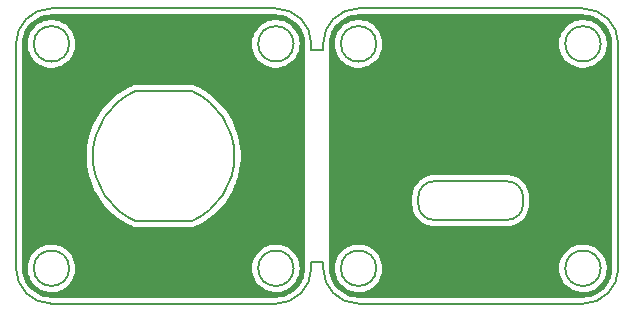
<source format=gbl>
%TF.GenerationSoftware,KiCad,Pcbnew,(6.0.7)*%
%TF.CreationDate,2022-08-30T17:46:17+08:00*%
%TF.ProjectId,Covers,436f7665-7273-42e6-9b69-6361645f7063,rev?*%
%TF.SameCoordinates,Original*%
%TF.FileFunction,Copper,L2,Bot*%
%TF.FilePolarity,Positive*%
%FSLAX45Y45*%
G04 Gerber Fmt 4.5, Leading zero omitted, Abs format (unit mm)*
G04 Created by KiCad (PCBNEW (6.0.7)) date 2022-08-30 17:46:17*
%MOMM*%
%LPD*%
G01*
G04 APERTURE LIST*
%TA.AperFunction,Profile*%
%ADD10C,0.152399*%
%TD*%
%TA.AperFunction,Profile*%
%ADD11C,0.152400*%
%TD*%
G04 APERTURE END LIST*
D10*
X11040310Y-11028620D02*
X12940310Y-11028620D01*
X15690310Y-8828620D02*
G75*
G03*
X15690310Y-8828620I-150000J0D01*
G01*
D11*
X14277882Y-9993080D02*
G75*
G03*
X14147110Y-10123853I-902J-129870D01*
G01*
D10*
X13090310Y-8828620D02*
G75*
G03*
X13090310Y-8828620I-150000J0D01*
G01*
X10740310Y-10728620D02*
G75*
G03*
X11040310Y-11028620I300000J0D01*
G01*
D11*
X14902270Y-10318627D02*
G75*
G03*
X15032854Y-10187213I-71J130657D01*
G01*
D10*
X11750518Y-9228620D02*
X12230102Y-9228620D01*
X11190310Y-8828620D02*
G75*
G03*
X11190310Y-8828620I-150000J0D01*
G01*
X13240310Y-10678620D02*
X13340310Y-10678620D01*
X15690310Y-10728620D02*
G75*
G03*
X15690310Y-10728620I-150000J0D01*
G01*
X11750518Y-10328620D02*
X12230102Y-10328620D01*
X10740310Y-8828620D02*
X10740310Y-10728620D01*
X13240310Y-8828620D02*
G75*
G03*
X12940310Y-8528620I-300000J0D01*
G01*
D11*
X14147110Y-10123853D02*
X14147110Y-10187848D01*
D10*
X13090310Y-10728620D02*
G75*
G03*
X13090310Y-10728620I-150000J0D01*
G01*
X15540310Y-8528620D02*
X13640310Y-8528620D01*
X11750518Y-9228620D02*
G75*
G03*
X11750518Y-10328620I239792J-550000D01*
G01*
X13340310Y-10728620D02*
G75*
G03*
X13640310Y-11028620I300000J0D01*
G01*
X12230102Y-10328620D02*
G75*
G03*
X12230102Y-9228620I-239792J550000D01*
G01*
X13240310Y-8878620D02*
X13240310Y-8828620D01*
D11*
X15032854Y-10187213D02*
X15032765Y-10124942D01*
D10*
X13240310Y-10728620D02*
X13240310Y-10678620D01*
X12940310Y-8528620D02*
X11040310Y-8528620D01*
X13340310Y-10678620D02*
X13340310Y-10728620D01*
X11040310Y-8528620D02*
G75*
G03*
X10740310Y-8828620I0J-300000D01*
G01*
X13640310Y-8528620D02*
G75*
G03*
X13340310Y-8828620I0J-300000D01*
G01*
X15840310Y-10728620D02*
X15840310Y-8828620D01*
X12940310Y-11028620D02*
G75*
G03*
X13240310Y-10728620I0J300000D01*
G01*
X15540310Y-11028620D02*
G75*
G03*
X15840310Y-10728620I0J300000D01*
G01*
D11*
X14902738Y-9993081D02*
X14277882Y-9993081D01*
D10*
X13790310Y-8828620D02*
G75*
G03*
X13790310Y-8828620I-150000J0D01*
G01*
X13790310Y-10728620D02*
G75*
G03*
X13790310Y-10728620I-150000J0D01*
G01*
X15840310Y-8828620D02*
G75*
G03*
X15540310Y-8528620I-300000J0D01*
G01*
X13240310Y-8878620D02*
X13340310Y-8878620D01*
D11*
X14277882Y-10318620D02*
X14902270Y-10318620D01*
X15032763Y-10124942D02*
G75*
G03*
X14902738Y-9993081I-130483J1372D01*
G01*
X14147110Y-10187848D02*
G75*
G03*
X14277882Y-10318620I129870J-902D01*
G01*
D10*
X13640310Y-11028620D02*
X15540310Y-11028620D01*
X13340310Y-8828620D02*
X13340310Y-8878620D01*
X11190310Y-10728620D02*
G75*
G03*
X11190310Y-10728620I-150000J0D01*
G01*
%TA.AperFunction,NonConductor*%
G36*
X12937312Y-8579620D02*
G01*
X12938795Y-8579851D01*
X12938795Y-8579851D01*
X12939682Y-8579989D01*
X12941402Y-8579764D01*
X12943796Y-8579681D01*
X12969581Y-8581241D01*
X12971091Y-8581424D01*
X12978289Y-8582743D01*
X12999186Y-8586573D01*
X13000663Y-8586936D01*
X13027933Y-8595434D01*
X13029354Y-8595973D01*
X13051132Y-8605775D01*
X13055401Y-8607696D01*
X13056748Y-8608403D01*
X13081191Y-8623180D01*
X13082443Y-8624044D01*
X13104927Y-8641659D01*
X13106066Y-8642668D01*
X13126262Y-8662864D01*
X13127271Y-8664003D01*
X13144886Y-8686487D01*
X13145750Y-8687739D01*
X13160527Y-8712182D01*
X13161234Y-8713529D01*
X13172957Y-8739576D01*
X13173496Y-8740997D01*
X13175284Y-8746736D01*
X13181994Y-8768267D01*
X13182357Y-8769744D01*
X13182854Y-8772454D01*
X13187506Y-8797839D01*
X13187689Y-8799349D01*
X13189205Y-8824410D01*
X13189079Y-8827092D01*
X13189079Y-8827105D01*
X13188941Y-8827992D01*
X13189057Y-8828883D01*
X13189057Y-8828883D01*
X13189354Y-8831148D01*
X13189460Y-8832782D01*
X13189460Y-8877758D01*
X13189460Y-8877835D01*
X13189412Y-8885592D01*
X13189659Y-8886455D01*
X13189781Y-8887345D01*
X13189744Y-8887350D01*
X13190065Y-8889634D01*
X13191047Y-10658756D01*
X13191050Y-10663464D01*
X13190900Y-10665409D01*
X13190727Y-10666522D01*
X13190349Y-10668193D01*
X13189758Y-10670167D01*
X13189758Y-10670167D01*
X13189501Y-10671027D01*
X13189496Y-10671924D01*
X13189496Y-10671924D01*
X13189480Y-10674470D01*
X13189477Y-10674549D01*
X13189460Y-10674659D01*
X13189460Y-10677758D01*
X13189460Y-10677835D01*
X13189412Y-10685592D01*
X13189451Y-10685727D01*
X13189460Y-10685861D01*
X13189460Y-10723683D01*
X13189310Y-10725622D01*
X13189079Y-10727105D01*
X13189079Y-10727106D01*
X13188941Y-10727992D01*
X13189166Y-10729712D01*
X13189249Y-10732106D01*
X13187689Y-10757891D01*
X13187506Y-10759401D01*
X13187299Y-10760532D01*
X13182560Y-10786389D01*
X13182358Y-10787495D01*
X13181994Y-10788973D01*
X13174568Y-10812803D01*
X13173496Y-10816243D01*
X13172957Y-10817665D01*
X13164483Y-10836492D01*
X13161234Y-10843711D01*
X13160527Y-10845058D01*
X13145750Y-10869501D01*
X13144886Y-10870753D01*
X13127271Y-10893237D01*
X13126262Y-10894376D01*
X13106066Y-10914573D01*
X13104927Y-10915582D01*
X13082443Y-10933196D01*
X13081191Y-10934061D01*
X13056748Y-10948837D01*
X13055401Y-10949544D01*
X13029354Y-10961267D01*
X13027933Y-10961806D01*
X13000663Y-10970304D01*
X12999186Y-10970668D01*
X12978289Y-10974497D01*
X12971091Y-10975816D01*
X12969581Y-10975999D01*
X12944520Y-10977515D01*
X12941838Y-10977389D01*
X12941825Y-10977389D01*
X12940938Y-10977251D01*
X12940047Y-10977367D01*
X12940047Y-10977367D01*
X12938581Y-10977559D01*
X12937781Y-10977664D01*
X12936148Y-10977770D01*
X11045247Y-10977770D01*
X11043308Y-10977620D01*
X11041825Y-10977389D01*
X11041825Y-10977389D01*
X11040938Y-10977251D01*
X11039218Y-10977476D01*
X11036824Y-10977559D01*
X11011039Y-10975999D01*
X11009529Y-10975816D01*
X11002331Y-10974497D01*
X10981434Y-10970668D01*
X10979957Y-10970304D01*
X10952687Y-10961806D01*
X10951266Y-10961267D01*
X10925219Y-10949544D01*
X10923872Y-10948837D01*
X10899429Y-10934061D01*
X10898177Y-10933196D01*
X10875693Y-10915582D01*
X10874554Y-10914573D01*
X10854358Y-10894376D01*
X10853349Y-10893237D01*
X10835734Y-10870753D01*
X10834870Y-10869501D01*
X10820093Y-10845058D01*
X10819386Y-10843711D01*
X10816137Y-10836492D01*
X10807663Y-10817665D01*
X10807124Y-10816243D01*
X10806052Y-10812803D01*
X10798626Y-10788973D01*
X10798262Y-10787495D01*
X10798060Y-10786389D01*
X10793321Y-10760532D01*
X10793114Y-10759401D01*
X10792931Y-10757891D01*
X10791437Y-10733197D01*
X10791562Y-10730842D01*
X10791543Y-10730840D01*
X10791587Y-10730355D01*
X10791668Y-10729875D01*
X10791683Y-10728620D01*
X10791381Y-10726512D01*
X10839002Y-10726512D01*
X10839043Y-10727236D01*
X10840578Y-10753852D01*
X10845851Y-10780725D01*
X10845989Y-10781130D01*
X10845989Y-10781131D01*
X10854582Y-10806229D01*
X10854721Y-10806634D01*
X10859919Y-10816970D01*
X10864594Y-10826264D01*
X10867026Y-10831100D01*
X10867269Y-10831453D01*
X10867269Y-10831453D01*
X10875693Y-10843711D01*
X10882537Y-10853669D01*
X10900968Y-10873924D01*
X10921978Y-10891491D01*
X10922342Y-10891719D01*
X10944812Y-10905815D01*
X10944813Y-10905815D01*
X10945176Y-10906043D01*
X10951964Y-10909108D01*
X10969745Y-10917136D01*
X10969745Y-10917137D01*
X10970136Y-10917313D01*
X10970548Y-10917435D01*
X10970548Y-10917435D01*
X10995982Y-10924969D01*
X10995983Y-10924969D01*
X10996394Y-10925091D01*
X10996817Y-10925156D01*
X10996818Y-10925156D01*
X11023040Y-10929168D01*
X11023040Y-10929168D01*
X11023464Y-10929233D01*
X11037401Y-10929452D01*
X11050417Y-10929657D01*
X11050418Y-10929657D01*
X11050846Y-10929663D01*
X11078034Y-10926373D01*
X11104523Y-10919424D01*
X11104919Y-10919260D01*
X11104919Y-10919260D01*
X11117173Y-10914184D01*
X11129824Y-10908944D01*
X11153468Y-10895127D01*
X11175019Y-10878229D01*
X11179191Y-10873924D01*
X11193779Y-10858871D01*
X11194077Y-10858563D01*
X11194330Y-10858218D01*
X11194331Y-10858218D01*
X11210036Y-10836838D01*
X11210289Y-10836492D01*
X11213025Y-10831453D01*
X11223152Y-10812803D01*
X11223152Y-10812803D01*
X11223357Y-10812425D01*
X11232494Y-10788246D01*
X11232885Y-10787210D01*
X11232885Y-10787209D01*
X11233037Y-10786808D01*
X11237127Y-10768948D01*
X11239055Y-10760532D01*
X11239055Y-10760531D01*
X11239151Y-10760113D01*
X11239214Y-10759401D01*
X11241563Y-10733083D01*
X11241563Y-10733083D01*
X11241585Y-10732836D01*
X11241627Y-10728883D01*
X11241627Y-10728868D01*
X11241627Y-10728868D01*
X11241629Y-10728620D01*
X11241486Y-10726512D01*
X12739002Y-10726512D01*
X12739043Y-10727236D01*
X12740578Y-10753852D01*
X12745850Y-10780725D01*
X12745989Y-10781130D01*
X12745989Y-10781131D01*
X12754582Y-10806229D01*
X12754721Y-10806634D01*
X12759919Y-10816970D01*
X12764594Y-10826264D01*
X12767026Y-10831100D01*
X12767269Y-10831453D01*
X12767269Y-10831453D01*
X12775693Y-10843711D01*
X12782537Y-10853669D01*
X12800968Y-10873924D01*
X12821977Y-10891491D01*
X12822342Y-10891719D01*
X12844812Y-10905815D01*
X12844813Y-10905815D01*
X12845176Y-10906043D01*
X12851964Y-10909108D01*
X12869744Y-10917136D01*
X12869745Y-10917137D01*
X12870136Y-10917313D01*
X12870548Y-10917435D01*
X12870548Y-10917435D01*
X12895982Y-10924969D01*
X12895983Y-10924969D01*
X12896394Y-10925091D01*
X12896817Y-10925156D01*
X12896817Y-10925156D01*
X12923040Y-10929168D01*
X12923040Y-10929168D01*
X12923464Y-10929233D01*
X12937401Y-10929452D01*
X12950417Y-10929657D01*
X12950418Y-10929657D01*
X12950846Y-10929663D01*
X12978033Y-10926373D01*
X13004523Y-10919424D01*
X13004919Y-10919260D01*
X13004919Y-10919260D01*
X13017173Y-10914184D01*
X13029824Y-10908944D01*
X13053468Y-10895127D01*
X13075019Y-10878229D01*
X13079191Y-10873924D01*
X13093779Y-10858871D01*
X13094077Y-10858563D01*
X13094330Y-10858218D01*
X13094331Y-10858218D01*
X13110036Y-10836838D01*
X13110289Y-10836492D01*
X13113025Y-10831453D01*
X13123152Y-10812803D01*
X13123152Y-10812803D01*
X13123357Y-10812425D01*
X13132494Y-10788246D01*
X13132885Y-10787210D01*
X13132885Y-10787209D01*
X13133037Y-10786808D01*
X13137127Y-10768948D01*
X13139055Y-10760532D01*
X13139055Y-10760531D01*
X13139151Y-10760113D01*
X13139214Y-10759401D01*
X13141563Y-10733083D01*
X13141563Y-10733083D01*
X13141585Y-10732836D01*
X13141627Y-10728883D01*
X13141627Y-10728868D01*
X13141627Y-10728868D01*
X13141629Y-10728620D01*
X13141380Y-10724969D01*
X13139796Y-10701726D01*
X13139796Y-10701725D01*
X13139767Y-10701298D01*
X13134213Y-10674481D01*
X13125072Y-10648667D01*
X13112511Y-10624331D01*
X13111514Y-10622912D01*
X13097011Y-10602276D01*
X13096764Y-10601926D01*
X13078122Y-10581865D01*
X13077791Y-10581593D01*
X13077791Y-10581593D01*
X13057262Y-10564791D01*
X13056930Y-10564519D01*
X13033580Y-10550210D01*
X13033187Y-10550037D01*
X13008897Y-10539375D01*
X13008897Y-10539375D01*
X13008504Y-10539203D01*
X12982167Y-10531700D01*
X12981742Y-10531640D01*
X12981742Y-10531640D01*
X12961693Y-10528786D01*
X12955054Y-10527841D01*
X12940669Y-10527766D01*
X12928098Y-10527700D01*
X12928097Y-10527700D01*
X12927669Y-10527698D01*
X12927245Y-10527754D01*
X12927244Y-10527754D01*
X12915340Y-10529321D01*
X12900518Y-10531273D01*
X12900104Y-10531386D01*
X12900104Y-10531386D01*
X12892811Y-10533381D01*
X12874103Y-10538499D01*
X12873708Y-10538667D01*
X12849308Y-10549075D01*
X12849308Y-10549075D01*
X12848913Y-10549243D01*
X12846922Y-10550435D01*
X12825782Y-10563086D01*
X12825782Y-10563087D01*
X12825414Y-10563307D01*
X12804042Y-10580429D01*
X12785191Y-10600294D01*
X12769210Y-10622534D01*
X12756396Y-10646736D01*
X12756248Y-10647138D01*
X12756248Y-10647139D01*
X12749562Y-10665410D01*
X12746984Y-10672454D01*
X12741150Y-10699211D01*
X12741117Y-10699638D01*
X12739148Y-10724659D01*
X12739002Y-10726512D01*
X11241486Y-10726512D01*
X11241380Y-10724969D01*
X11239796Y-10701726D01*
X11239796Y-10701725D01*
X11239767Y-10701298D01*
X11234213Y-10674481D01*
X11225072Y-10648667D01*
X11212511Y-10624331D01*
X11211514Y-10622912D01*
X11197011Y-10602276D01*
X11196764Y-10601926D01*
X11178123Y-10581865D01*
X11177791Y-10581593D01*
X11177791Y-10581593D01*
X11157262Y-10564791D01*
X11156931Y-10564519D01*
X11133580Y-10550210D01*
X11133187Y-10550037D01*
X11108897Y-10539375D01*
X11108897Y-10539375D01*
X11108505Y-10539203D01*
X11082167Y-10531700D01*
X11081742Y-10531640D01*
X11081742Y-10531640D01*
X11061693Y-10528786D01*
X11055054Y-10527841D01*
X11040669Y-10527766D01*
X11028098Y-10527700D01*
X11028097Y-10527700D01*
X11027669Y-10527698D01*
X11027245Y-10527754D01*
X11027244Y-10527754D01*
X11015340Y-10529321D01*
X11000518Y-10531273D01*
X11000104Y-10531386D01*
X11000104Y-10531386D01*
X10992811Y-10533381D01*
X10974103Y-10538499D01*
X10973708Y-10538667D01*
X10949308Y-10549075D01*
X10949308Y-10549075D01*
X10948913Y-10549243D01*
X10946923Y-10550435D01*
X10925783Y-10563086D01*
X10925782Y-10563087D01*
X10925414Y-10563307D01*
X10904042Y-10580429D01*
X10885191Y-10600294D01*
X10869210Y-10622534D01*
X10856396Y-10646736D01*
X10856249Y-10647138D01*
X10856248Y-10647139D01*
X10849562Y-10665410D01*
X10846984Y-10672454D01*
X10841150Y-10699211D01*
X10841117Y-10699638D01*
X10839148Y-10724659D01*
X10839002Y-10726512D01*
X10791381Y-10726512D01*
X10791287Y-10725858D01*
X10791160Y-10724071D01*
X10791160Y-9802979D01*
X11339460Y-9802979D01*
X11343102Y-9851559D01*
X11350364Y-9899732D01*
X11361207Y-9947227D01*
X11361276Y-9947452D01*
X11361276Y-9947452D01*
X11363984Y-9956228D01*
X11375570Y-9993779D01*
X11381727Y-10009462D01*
X11391358Y-10033996D01*
X11393372Y-10039127D01*
X11393473Y-10039337D01*
X11393474Y-10039338D01*
X11412987Y-10079848D01*
X11414514Y-10083018D01*
X11438878Y-10125205D01*
X11466326Y-10165453D01*
X11466472Y-10165636D01*
X11466473Y-10165637D01*
X11485305Y-10189244D01*
X11496707Y-10203537D01*
X11496867Y-10203710D01*
X11496868Y-10203711D01*
X11526104Y-10235209D01*
X11529849Y-10239244D01*
X11530021Y-10239404D01*
X11530022Y-10239405D01*
X11535653Y-10244628D01*
X11565567Y-10272374D01*
X11565751Y-10272520D01*
X11565751Y-10272520D01*
X11572978Y-10278281D01*
X11603662Y-10302740D01*
X11603855Y-10302872D01*
X11603856Y-10302873D01*
X11631988Y-10322043D01*
X11643920Y-10330175D01*
X11686116Y-10354524D01*
X11686328Y-10354625D01*
X11686328Y-10354626D01*
X11727527Y-10374453D01*
X11728110Y-10374753D01*
X11728435Y-10374931D01*
X11728843Y-10375196D01*
X11729987Y-10375712D01*
X11730455Y-10375841D01*
X11730455Y-10375841D01*
X11731795Y-10376210D01*
X11733802Y-10376952D01*
X11734686Y-10377367D01*
X11734686Y-10377367D01*
X11735498Y-10377748D01*
X11736385Y-10377886D01*
X11736385Y-10377886D01*
X11738494Y-10378215D01*
X11739103Y-10378309D01*
X11740512Y-10378612D01*
X11744029Y-10379582D01*
X11744927Y-10379568D01*
X11751081Y-10379472D01*
X11751277Y-10379470D01*
X12228729Y-10379470D01*
X12229234Y-10379480D01*
X12234447Y-10379689D01*
X12234447Y-10379689D01*
X12235343Y-10379725D01*
X12236214Y-10379508D01*
X12236214Y-10379508D01*
X12239261Y-10378748D01*
X12240524Y-10378500D01*
X12241977Y-10378292D01*
X12244520Y-10377928D01*
X12245871Y-10377314D01*
X12248036Y-10376559D01*
X12249476Y-10376199D01*
X12249924Y-10376011D01*
X12250185Y-10375901D01*
X12250185Y-10375900D01*
X12250633Y-10375712D01*
X12251046Y-10375456D01*
X12251420Y-10375263D01*
X12251732Y-10375108D01*
X12294292Y-10354626D01*
X12294292Y-10354625D01*
X12294504Y-10354524D01*
X12336700Y-10330175D01*
X12348632Y-10322043D01*
X12376763Y-10302873D01*
X12376764Y-10302872D01*
X12376958Y-10302740D01*
X12407642Y-10278281D01*
X12414869Y-10272520D01*
X12414869Y-10272520D01*
X12415053Y-10272374D01*
X12444967Y-10244628D01*
X12450598Y-10239405D01*
X12450599Y-10239404D01*
X12450771Y-10239244D01*
X12454516Y-10235209D01*
X12483752Y-10203711D01*
X12483753Y-10203710D01*
X12483913Y-10203537D01*
X12495315Y-10189244D01*
X12514147Y-10165637D01*
X12514148Y-10165636D01*
X12514294Y-10165453D01*
X12541742Y-10125205D01*
X12566106Y-10083018D01*
X12567633Y-10079848D01*
X12587146Y-10039338D01*
X12587147Y-10039337D01*
X12587248Y-10039127D01*
X12589262Y-10033996D01*
X12598893Y-10009462D01*
X12605050Y-9993779D01*
X12616636Y-9956228D01*
X12619343Y-9947452D01*
X12619344Y-9947452D01*
X12619413Y-9947227D01*
X12630256Y-9899732D01*
X12637518Y-9851559D01*
X12641160Y-9802979D01*
X12641160Y-9754261D01*
X12637518Y-9705681D01*
X12630256Y-9657508D01*
X12619413Y-9610013D01*
X12605050Y-9563461D01*
X12587248Y-9518113D01*
X12586612Y-9516792D01*
X12566208Y-9474435D01*
X12566208Y-9474434D01*
X12566106Y-9474222D01*
X12541742Y-9432035D01*
X12514294Y-9391787D01*
X12483913Y-9353703D01*
X12483752Y-9353529D01*
X12450932Y-9318169D01*
X12450931Y-9318169D01*
X12450771Y-9317996D01*
X12450599Y-9317836D01*
X12450598Y-9317835D01*
X12415226Y-9285027D01*
X12415053Y-9284867D01*
X12376958Y-9254500D01*
X12376764Y-9254368D01*
X12376763Y-9254367D01*
X12336894Y-9227198D01*
X12336700Y-9227065D01*
X12294504Y-9202717D01*
X12253093Y-9182787D01*
X12252510Y-9182487D01*
X12252185Y-9182310D01*
X12251777Y-9182044D01*
X12250633Y-9181528D01*
X12250165Y-9181399D01*
X12250165Y-9181399D01*
X12248825Y-9181030D01*
X12246818Y-9180288D01*
X12245934Y-9179873D01*
X12245934Y-9179873D01*
X12245122Y-9179492D01*
X12244235Y-9179354D01*
X12244235Y-9179354D01*
X12242126Y-9179025D01*
X12241517Y-9178931D01*
X12240108Y-9178628D01*
X12236590Y-9177659D01*
X12235693Y-9177673D01*
X12229539Y-9177769D01*
X12229343Y-9177770D01*
X11751890Y-9177770D01*
X11751386Y-9177760D01*
X11746173Y-9177551D01*
X11746173Y-9177551D01*
X11745276Y-9177515D01*
X11744406Y-9177732D01*
X11744405Y-9177732D01*
X11741359Y-9178492D01*
X11740096Y-9178740D01*
X11738763Y-9178931D01*
X11736100Y-9179312D01*
X11735282Y-9179684D01*
X11734749Y-9179926D01*
X11732584Y-9180681D01*
X11731144Y-9181041D01*
X11730696Y-9181229D01*
X11730696Y-9181229D01*
X11730435Y-9181339D01*
X11730435Y-9181340D01*
X11729987Y-9181528D01*
X11729574Y-9181784D01*
X11729199Y-9181977D01*
X11728888Y-9182132D01*
X11728150Y-9182487D01*
X11686116Y-9202717D01*
X11643920Y-9227065D01*
X11643726Y-9227198D01*
X11603856Y-9254367D01*
X11603855Y-9254368D01*
X11603662Y-9254500D01*
X11565567Y-9284867D01*
X11565394Y-9285027D01*
X11530022Y-9317835D01*
X11530021Y-9317836D01*
X11529849Y-9317996D01*
X11529689Y-9318169D01*
X11529688Y-9318169D01*
X11496868Y-9353529D01*
X11496707Y-9353703D01*
X11466326Y-9391787D01*
X11438878Y-9432035D01*
X11414514Y-9474222D01*
X11414412Y-9474434D01*
X11414412Y-9474435D01*
X11394008Y-9516792D01*
X11393372Y-9518113D01*
X11375570Y-9563461D01*
X11361207Y-9610013D01*
X11350364Y-9657508D01*
X11343102Y-9705681D01*
X11339460Y-9754261D01*
X11339460Y-9802979D01*
X10791160Y-9802979D01*
X10791160Y-8833945D01*
X10791335Y-8831855D01*
X10791587Y-8830354D01*
X10791587Y-8830354D01*
X10791668Y-8829875D01*
X10791683Y-8828620D01*
X10791614Y-8828139D01*
X10791614Y-8828138D01*
X10791497Y-8827321D01*
X10791464Y-8826512D01*
X10839002Y-8826512D01*
X10839043Y-8827236D01*
X10840578Y-8853852D01*
X10845851Y-8880725D01*
X10845989Y-8881130D01*
X10845989Y-8881131D01*
X10854582Y-8906229D01*
X10854721Y-8906634D01*
X10857634Y-8912425D01*
X10864594Y-8926264D01*
X10867026Y-8931100D01*
X10867269Y-8931453D01*
X10867269Y-8931453D01*
X10882294Y-8953315D01*
X10882537Y-8953669D01*
X10900968Y-8973924D01*
X10921978Y-8991491D01*
X10922342Y-8991719D01*
X10944812Y-9005815D01*
X10944813Y-9005815D01*
X10945176Y-9006043D01*
X10951964Y-9009108D01*
X10969745Y-9017136D01*
X10969745Y-9017137D01*
X10970136Y-9017313D01*
X10970548Y-9017435D01*
X10970548Y-9017435D01*
X10995982Y-9024969D01*
X10995983Y-9024969D01*
X10996394Y-9025091D01*
X10996817Y-9025156D01*
X10996818Y-9025156D01*
X11023040Y-9029168D01*
X11023040Y-9029168D01*
X11023464Y-9029233D01*
X11037401Y-9029452D01*
X11050417Y-9029657D01*
X11050418Y-9029657D01*
X11050846Y-9029663D01*
X11078034Y-9026373D01*
X11104523Y-9019424D01*
X11104919Y-9019260D01*
X11104919Y-9019260D01*
X11117173Y-9014184D01*
X11129824Y-9008944D01*
X11153468Y-8995127D01*
X11175019Y-8978229D01*
X11179191Y-8973924D01*
X11193779Y-8958871D01*
X11194077Y-8958563D01*
X11194330Y-8958218D01*
X11194331Y-8958218D01*
X11210036Y-8936838D01*
X11210289Y-8936492D01*
X11213025Y-8931453D01*
X11223152Y-8912803D01*
X11223152Y-8912803D01*
X11223357Y-8912425D01*
X11232634Y-8887873D01*
X11232885Y-8887210D01*
X11232885Y-8887209D01*
X11233037Y-8886808D01*
X11237127Y-8868948D01*
X11239055Y-8860532D01*
X11239055Y-8860531D01*
X11239151Y-8860113D01*
X11240001Y-8850587D01*
X11241563Y-8833083D01*
X11241563Y-8833083D01*
X11241585Y-8832836D01*
X11241629Y-8828620D01*
X11241486Y-8826512D01*
X12739002Y-8826512D01*
X12739043Y-8827236D01*
X12740578Y-8853852D01*
X12745850Y-8880725D01*
X12745989Y-8881130D01*
X12745989Y-8881131D01*
X12754582Y-8906229D01*
X12754721Y-8906634D01*
X12757634Y-8912425D01*
X12764594Y-8926264D01*
X12767026Y-8931100D01*
X12767269Y-8931453D01*
X12767269Y-8931453D01*
X12782294Y-8953315D01*
X12782537Y-8953669D01*
X12800968Y-8973924D01*
X12821977Y-8991491D01*
X12822342Y-8991719D01*
X12844812Y-9005815D01*
X12844813Y-9005815D01*
X12845176Y-9006043D01*
X12851964Y-9009108D01*
X12869744Y-9017136D01*
X12869745Y-9017137D01*
X12870136Y-9017313D01*
X12870548Y-9017435D01*
X12870548Y-9017435D01*
X12895982Y-9024969D01*
X12895983Y-9024969D01*
X12896394Y-9025091D01*
X12896817Y-9025156D01*
X12896817Y-9025156D01*
X12923040Y-9029168D01*
X12923040Y-9029168D01*
X12923464Y-9029233D01*
X12937401Y-9029452D01*
X12950417Y-9029657D01*
X12950418Y-9029657D01*
X12950846Y-9029663D01*
X12978033Y-9026373D01*
X13004523Y-9019424D01*
X13004919Y-9019260D01*
X13004919Y-9019260D01*
X13017173Y-9014184D01*
X13029824Y-9008944D01*
X13053468Y-8995127D01*
X13075019Y-8978229D01*
X13079191Y-8973924D01*
X13093779Y-8958871D01*
X13094077Y-8958563D01*
X13094330Y-8958218D01*
X13094331Y-8958218D01*
X13110036Y-8936838D01*
X13110289Y-8936492D01*
X13113025Y-8931453D01*
X13123152Y-8912803D01*
X13123152Y-8912803D01*
X13123357Y-8912425D01*
X13132634Y-8887873D01*
X13132885Y-8887210D01*
X13132885Y-8887209D01*
X13133037Y-8886808D01*
X13137127Y-8868948D01*
X13139055Y-8860532D01*
X13139055Y-8860531D01*
X13139151Y-8860113D01*
X13140001Y-8850587D01*
X13141563Y-8833083D01*
X13141563Y-8833083D01*
X13141585Y-8832836D01*
X13141629Y-8828620D01*
X13141342Y-8824410D01*
X13139796Y-8801726D01*
X13139796Y-8801725D01*
X13139767Y-8801298D01*
X13134213Y-8774481D01*
X13125072Y-8748667D01*
X13112511Y-8724331D01*
X13111514Y-8722912D01*
X13097011Y-8702276D01*
X13096764Y-8701926D01*
X13089579Y-8694194D01*
X13078415Y-8682179D01*
X13078414Y-8682179D01*
X13078122Y-8681865D01*
X13077791Y-8681593D01*
X13077791Y-8681593D01*
X13057262Y-8664791D01*
X13056930Y-8664519D01*
X13033580Y-8650210D01*
X13033187Y-8650037D01*
X13008897Y-8639375D01*
X13008897Y-8639375D01*
X13008504Y-8639203D01*
X12982167Y-8631700D01*
X12981742Y-8631640D01*
X12981742Y-8631640D01*
X12961693Y-8628786D01*
X12955054Y-8627841D01*
X12940669Y-8627766D01*
X12928098Y-8627700D01*
X12928097Y-8627700D01*
X12927669Y-8627698D01*
X12927245Y-8627754D01*
X12927244Y-8627754D01*
X12915340Y-8629321D01*
X12900518Y-8631273D01*
X12900104Y-8631386D01*
X12900104Y-8631386D01*
X12892811Y-8633381D01*
X12874103Y-8638499D01*
X12873708Y-8638667D01*
X12849308Y-8649075D01*
X12849308Y-8649075D01*
X12848913Y-8649243D01*
X12846922Y-8650435D01*
X12825782Y-8663086D01*
X12825782Y-8663087D01*
X12825414Y-8663307D01*
X12804042Y-8680429D01*
X12797724Y-8687087D01*
X12790980Y-8694194D01*
X12785191Y-8700294D01*
X12769210Y-8722534D01*
X12756396Y-8746736D01*
X12756248Y-8747138D01*
X12756248Y-8747139D01*
X12751997Y-8758756D01*
X12746984Y-8772454D01*
X12741150Y-8799211D01*
X12739002Y-8826512D01*
X11241486Y-8826512D01*
X11241342Y-8824410D01*
X11239796Y-8801726D01*
X11239796Y-8801725D01*
X11239767Y-8801298D01*
X11234213Y-8774481D01*
X11225072Y-8748667D01*
X11212511Y-8724331D01*
X11211514Y-8722912D01*
X11197011Y-8702276D01*
X11196764Y-8701926D01*
X11189579Y-8694194D01*
X11178415Y-8682179D01*
X11178414Y-8682179D01*
X11178123Y-8681865D01*
X11177791Y-8681593D01*
X11177791Y-8681593D01*
X11157262Y-8664791D01*
X11156931Y-8664519D01*
X11133580Y-8650210D01*
X11133187Y-8650037D01*
X11108897Y-8639375D01*
X11108897Y-8639375D01*
X11108505Y-8639203D01*
X11082167Y-8631700D01*
X11081742Y-8631640D01*
X11081742Y-8631640D01*
X11061693Y-8628786D01*
X11055054Y-8627841D01*
X11040669Y-8627766D01*
X11028098Y-8627700D01*
X11028097Y-8627700D01*
X11027669Y-8627698D01*
X11027245Y-8627754D01*
X11027244Y-8627754D01*
X11015340Y-8629321D01*
X11000518Y-8631273D01*
X11000104Y-8631386D01*
X11000104Y-8631386D01*
X10992811Y-8633381D01*
X10974103Y-8638499D01*
X10973708Y-8638667D01*
X10949308Y-8649075D01*
X10949308Y-8649075D01*
X10948913Y-8649243D01*
X10946923Y-8650435D01*
X10925783Y-8663086D01*
X10925782Y-8663087D01*
X10925414Y-8663307D01*
X10904042Y-8680429D01*
X10897724Y-8687087D01*
X10890980Y-8694194D01*
X10885191Y-8700294D01*
X10869210Y-8722534D01*
X10856396Y-8746736D01*
X10856249Y-8747138D01*
X10856248Y-8747139D01*
X10851997Y-8758756D01*
X10846984Y-8772454D01*
X10841150Y-8799211D01*
X10839002Y-8826512D01*
X10791464Y-8826512D01*
X10791393Y-8824774D01*
X10792931Y-8799349D01*
X10793114Y-8797839D01*
X10797766Y-8772454D01*
X10798263Y-8769744D01*
X10798626Y-8768267D01*
X10805336Y-8746736D01*
X10807124Y-8740997D01*
X10807663Y-8739576D01*
X10819386Y-8713529D01*
X10820093Y-8712182D01*
X10834870Y-8687739D01*
X10835734Y-8686487D01*
X10853349Y-8664003D01*
X10854358Y-8662864D01*
X10874554Y-8642668D01*
X10875693Y-8641659D01*
X10898177Y-8624044D01*
X10899429Y-8623180D01*
X10923872Y-8608403D01*
X10925219Y-8607696D01*
X10929488Y-8605775D01*
X10951266Y-8595973D01*
X10952687Y-8595434D01*
X10979957Y-8586936D01*
X10981434Y-8586573D01*
X11002331Y-8582743D01*
X11009529Y-8581424D01*
X11011039Y-8581241D01*
X11036100Y-8579725D01*
X11038782Y-8579851D01*
X11038795Y-8579851D01*
X11039682Y-8579989D01*
X11040573Y-8579873D01*
X11040573Y-8579873D01*
X11042078Y-8579676D01*
X11042839Y-8579576D01*
X11044472Y-8579470D01*
X12935373Y-8579470D01*
X12937312Y-8579620D01*
G37*
%TD.AperFunction*%
%TA.AperFunction,NonConductor*%
G36*
X15537312Y-8579620D02*
G01*
X15538795Y-8579851D01*
X15538795Y-8579851D01*
X15539682Y-8579989D01*
X15541402Y-8579764D01*
X15543796Y-8579681D01*
X15569581Y-8581241D01*
X15571091Y-8581424D01*
X15578289Y-8582743D01*
X15599186Y-8586573D01*
X15600663Y-8586936D01*
X15627933Y-8595434D01*
X15629354Y-8595973D01*
X15651132Y-8605775D01*
X15655401Y-8607696D01*
X15656748Y-8608403D01*
X15681191Y-8623180D01*
X15682443Y-8624044D01*
X15704927Y-8641659D01*
X15706066Y-8642668D01*
X15726262Y-8662864D01*
X15727271Y-8664003D01*
X15744886Y-8686487D01*
X15745750Y-8687739D01*
X15760527Y-8712182D01*
X15761234Y-8713529D01*
X15772957Y-8739576D01*
X15773496Y-8740997D01*
X15775284Y-8746736D01*
X15781994Y-8768267D01*
X15782357Y-8769744D01*
X15782854Y-8772454D01*
X15787506Y-8797839D01*
X15787689Y-8799349D01*
X15789205Y-8824410D01*
X15789079Y-8827092D01*
X15789079Y-8827105D01*
X15788941Y-8827992D01*
X15789057Y-8828883D01*
X15789057Y-8828883D01*
X15789354Y-8831148D01*
X15789460Y-8832782D01*
X15789460Y-10723683D01*
X15789310Y-10725622D01*
X15789079Y-10727105D01*
X15789079Y-10727106D01*
X15788941Y-10727992D01*
X15789166Y-10729712D01*
X15789249Y-10732106D01*
X15787689Y-10757891D01*
X15787506Y-10759401D01*
X15787299Y-10760532D01*
X15782560Y-10786389D01*
X15782358Y-10787495D01*
X15781994Y-10788973D01*
X15774568Y-10812803D01*
X15773496Y-10816243D01*
X15772957Y-10817665D01*
X15764483Y-10836492D01*
X15761234Y-10843711D01*
X15760527Y-10845058D01*
X15745750Y-10869501D01*
X15744886Y-10870753D01*
X15727271Y-10893237D01*
X15726262Y-10894376D01*
X15706066Y-10914573D01*
X15704927Y-10915582D01*
X15682443Y-10933196D01*
X15681191Y-10934061D01*
X15656748Y-10948837D01*
X15655401Y-10949544D01*
X15629354Y-10961267D01*
X15627933Y-10961806D01*
X15600663Y-10970304D01*
X15599186Y-10970668D01*
X15578289Y-10974497D01*
X15571091Y-10975816D01*
X15569581Y-10975999D01*
X15544520Y-10977515D01*
X15541838Y-10977389D01*
X15541825Y-10977389D01*
X15540938Y-10977251D01*
X15540047Y-10977367D01*
X15540047Y-10977367D01*
X15538581Y-10977559D01*
X15537781Y-10977664D01*
X15536148Y-10977770D01*
X13645247Y-10977770D01*
X13643308Y-10977620D01*
X13641825Y-10977389D01*
X13641824Y-10977389D01*
X13640938Y-10977251D01*
X13639218Y-10977476D01*
X13636824Y-10977559D01*
X13611039Y-10975999D01*
X13609529Y-10975816D01*
X13602331Y-10974497D01*
X13581434Y-10970668D01*
X13579957Y-10970304D01*
X13552687Y-10961806D01*
X13551265Y-10961267D01*
X13525219Y-10949544D01*
X13523872Y-10948837D01*
X13499429Y-10934061D01*
X13498177Y-10933196D01*
X13475693Y-10915582D01*
X13474554Y-10914573D01*
X13454357Y-10894376D01*
X13453348Y-10893237D01*
X13435734Y-10870753D01*
X13434869Y-10869501D01*
X13420093Y-10845058D01*
X13419386Y-10843711D01*
X13416137Y-10836492D01*
X13407663Y-10817665D01*
X13407124Y-10816243D01*
X13406052Y-10812803D01*
X13398626Y-10788973D01*
X13398262Y-10787495D01*
X13398060Y-10786389D01*
X13393321Y-10760532D01*
X13393114Y-10759401D01*
X13392931Y-10757891D01*
X13391437Y-10733197D01*
X13391562Y-10730842D01*
X13391543Y-10730840D01*
X13391587Y-10730355D01*
X13391668Y-10729875D01*
X13391683Y-10728620D01*
X13391381Y-10726512D01*
X13439002Y-10726512D01*
X13439043Y-10727236D01*
X13440578Y-10753852D01*
X13445850Y-10780725D01*
X13445989Y-10781130D01*
X13445989Y-10781131D01*
X13454582Y-10806229D01*
X13454721Y-10806634D01*
X13459919Y-10816970D01*
X13464594Y-10826264D01*
X13467026Y-10831100D01*
X13467269Y-10831453D01*
X13467269Y-10831453D01*
X13475693Y-10843711D01*
X13482537Y-10853669D01*
X13500968Y-10873924D01*
X13521977Y-10891491D01*
X13522342Y-10891719D01*
X13544812Y-10905815D01*
X13544813Y-10905815D01*
X13545176Y-10906043D01*
X13551964Y-10909108D01*
X13569744Y-10917136D01*
X13569745Y-10917137D01*
X13570136Y-10917313D01*
X13570548Y-10917435D01*
X13570548Y-10917435D01*
X13595982Y-10924969D01*
X13595983Y-10924969D01*
X13596394Y-10925091D01*
X13596817Y-10925156D01*
X13596817Y-10925156D01*
X13623040Y-10929168D01*
X13623040Y-10929168D01*
X13623464Y-10929233D01*
X13637401Y-10929452D01*
X13650417Y-10929657D01*
X13650418Y-10929657D01*
X13650846Y-10929663D01*
X13678033Y-10926373D01*
X13704523Y-10919424D01*
X13704919Y-10919260D01*
X13704919Y-10919260D01*
X13717173Y-10914184D01*
X13729824Y-10908944D01*
X13753468Y-10895127D01*
X13775019Y-10878229D01*
X13779191Y-10873924D01*
X13793779Y-10858871D01*
X13794077Y-10858563D01*
X13794330Y-10858218D01*
X13794331Y-10858218D01*
X13810036Y-10836838D01*
X13810289Y-10836492D01*
X13813025Y-10831453D01*
X13823152Y-10812803D01*
X13823152Y-10812803D01*
X13823357Y-10812425D01*
X13832494Y-10788246D01*
X13832885Y-10787210D01*
X13832885Y-10787209D01*
X13833037Y-10786808D01*
X13837127Y-10768948D01*
X13839055Y-10760532D01*
X13839055Y-10760531D01*
X13839151Y-10760113D01*
X13839214Y-10759401D01*
X13841563Y-10733083D01*
X13841563Y-10733083D01*
X13841585Y-10732836D01*
X13841627Y-10728883D01*
X13841627Y-10728868D01*
X13841627Y-10728868D01*
X13841629Y-10728620D01*
X13841486Y-10726512D01*
X15339002Y-10726512D01*
X15339043Y-10727236D01*
X15340578Y-10753852D01*
X15345850Y-10780725D01*
X15345989Y-10781130D01*
X15345989Y-10781131D01*
X15354582Y-10806229D01*
X15354721Y-10806634D01*
X15359919Y-10816970D01*
X15364594Y-10826264D01*
X15367026Y-10831100D01*
X15367269Y-10831453D01*
X15367269Y-10831453D01*
X15375693Y-10843711D01*
X15382537Y-10853669D01*
X15400968Y-10873924D01*
X15421977Y-10891491D01*
X15422342Y-10891719D01*
X15444812Y-10905815D01*
X15444813Y-10905815D01*
X15445176Y-10906043D01*
X15451964Y-10909108D01*
X15469744Y-10917136D01*
X15469745Y-10917137D01*
X15470136Y-10917313D01*
X15470548Y-10917435D01*
X15470548Y-10917435D01*
X15495982Y-10924969D01*
X15495983Y-10924969D01*
X15496394Y-10925091D01*
X15496817Y-10925156D01*
X15496817Y-10925156D01*
X15523040Y-10929168D01*
X15523040Y-10929168D01*
X15523464Y-10929233D01*
X15537401Y-10929452D01*
X15550417Y-10929657D01*
X15550418Y-10929657D01*
X15550846Y-10929663D01*
X15578033Y-10926373D01*
X15604523Y-10919424D01*
X15604919Y-10919260D01*
X15604919Y-10919260D01*
X15617173Y-10914184D01*
X15629824Y-10908944D01*
X15653468Y-10895127D01*
X15675019Y-10878229D01*
X15679191Y-10873924D01*
X15693779Y-10858871D01*
X15694077Y-10858563D01*
X15694330Y-10858218D01*
X15694331Y-10858218D01*
X15710036Y-10836838D01*
X15710289Y-10836492D01*
X15713025Y-10831453D01*
X15723152Y-10812803D01*
X15723152Y-10812803D01*
X15723357Y-10812425D01*
X15732494Y-10788246D01*
X15732885Y-10787210D01*
X15732885Y-10787209D01*
X15733037Y-10786808D01*
X15737127Y-10768948D01*
X15739055Y-10760532D01*
X15739055Y-10760531D01*
X15739151Y-10760113D01*
X15739214Y-10759401D01*
X15741563Y-10733083D01*
X15741563Y-10733083D01*
X15741585Y-10732836D01*
X15741627Y-10728883D01*
X15741627Y-10728868D01*
X15741627Y-10728868D01*
X15741629Y-10728620D01*
X15741380Y-10724969D01*
X15739796Y-10701726D01*
X15739796Y-10701725D01*
X15739767Y-10701298D01*
X15734213Y-10674481D01*
X15725072Y-10648667D01*
X15712511Y-10624331D01*
X15711514Y-10622912D01*
X15697011Y-10602276D01*
X15696764Y-10601926D01*
X15678122Y-10581865D01*
X15677791Y-10581593D01*
X15677791Y-10581593D01*
X15657262Y-10564791D01*
X15656930Y-10564519D01*
X15633580Y-10550210D01*
X15633187Y-10550037D01*
X15608897Y-10539375D01*
X15608897Y-10539375D01*
X15608504Y-10539203D01*
X15582167Y-10531700D01*
X15581742Y-10531640D01*
X15581742Y-10531640D01*
X15561693Y-10528786D01*
X15555054Y-10527841D01*
X15540669Y-10527766D01*
X15528098Y-10527700D01*
X15528097Y-10527700D01*
X15527669Y-10527698D01*
X15527245Y-10527754D01*
X15527244Y-10527754D01*
X15515340Y-10529321D01*
X15500518Y-10531273D01*
X15500104Y-10531386D01*
X15500104Y-10531386D01*
X15492811Y-10533381D01*
X15474103Y-10538499D01*
X15473708Y-10538667D01*
X15449308Y-10549075D01*
X15449308Y-10549075D01*
X15448913Y-10549243D01*
X15446922Y-10550435D01*
X15425782Y-10563086D01*
X15425782Y-10563087D01*
X15425414Y-10563307D01*
X15404042Y-10580429D01*
X15385191Y-10600294D01*
X15369210Y-10622534D01*
X15356396Y-10646736D01*
X15356248Y-10647138D01*
X15356248Y-10647139D01*
X15349562Y-10665410D01*
X15346984Y-10672454D01*
X15341150Y-10699211D01*
X15341117Y-10699638D01*
X15339148Y-10724659D01*
X15339002Y-10726512D01*
X13841486Y-10726512D01*
X13841380Y-10724969D01*
X13839796Y-10701726D01*
X13839796Y-10701725D01*
X13839767Y-10701298D01*
X13834213Y-10674481D01*
X13825072Y-10648667D01*
X13812511Y-10624331D01*
X13811514Y-10622912D01*
X13797011Y-10602276D01*
X13796764Y-10601926D01*
X13778122Y-10581865D01*
X13777791Y-10581593D01*
X13777791Y-10581593D01*
X13757262Y-10564791D01*
X13756930Y-10564519D01*
X13733580Y-10550210D01*
X13733187Y-10550037D01*
X13708897Y-10539375D01*
X13708897Y-10539375D01*
X13708504Y-10539203D01*
X13682167Y-10531700D01*
X13681742Y-10531640D01*
X13681742Y-10531640D01*
X13661693Y-10528786D01*
X13655054Y-10527841D01*
X13640669Y-10527766D01*
X13628098Y-10527700D01*
X13628097Y-10527700D01*
X13627669Y-10527698D01*
X13627245Y-10527754D01*
X13627244Y-10527754D01*
X13615340Y-10529321D01*
X13600518Y-10531273D01*
X13600104Y-10531386D01*
X13600104Y-10531386D01*
X13592811Y-10533381D01*
X13574103Y-10538499D01*
X13573708Y-10538667D01*
X13549308Y-10549075D01*
X13549308Y-10549075D01*
X13548913Y-10549243D01*
X13546922Y-10550435D01*
X13525782Y-10563086D01*
X13525782Y-10563087D01*
X13525414Y-10563307D01*
X13504042Y-10580429D01*
X13485191Y-10600294D01*
X13469210Y-10622534D01*
X13456396Y-10646736D01*
X13456248Y-10647138D01*
X13456248Y-10647139D01*
X13449562Y-10665410D01*
X13446984Y-10672454D01*
X13441150Y-10699211D01*
X13441117Y-10699638D01*
X13439148Y-10724659D01*
X13439002Y-10726512D01*
X13391381Y-10726512D01*
X13391287Y-10725858D01*
X13391160Y-10724071D01*
X13391160Y-10679482D01*
X13391160Y-10679405D01*
X13391190Y-10674481D01*
X13391208Y-10671648D01*
X13391064Y-10671144D01*
X13391000Y-10670211D01*
X13391000Y-10187492D01*
X14095738Y-10187492D01*
X14095804Y-10187973D01*
X14095804Y-10187974D01*
X14095912Y-10188769D01*
X14096005Y-10189724D01*
X14097249Y-10210746D01*
X14097285Y-10211350D01*
X14101825Y-10234815D01*
X14109416Y-10257477D01*
X14109598Y-10257849D01*
X14109598Y-10257850D01*
X14119350Y-10277770D01*
X14119924Y-10278942D01*
X14133168Y-10298837D01*
X14148915Y-10316815D01*
X14149228Y-10317089D01*
X14149228Y-10317089D01*
X14166580Y-10332288D01*
X14166580Y-10332289D01*
X14166893Y-10332563D01*
X14186788Y-10345806D01*
X14187162Y-10345989D01*
X14187162Y-10345989D01*
X14204595Y-10354524D01*
X14208253Y-10356314D01*
X14219201Y-10359981D01*
X14230520Y-10363773D01*
X14230521Y-10363773D01*
X14230916Y-10363905D01*
X14242194Y-10366087D01*
X14253971Y-10368366D01*
X14253972Y-10368366D01*
X14254380Y-10368445D01*
X14254795Y-10368470D01*
X14254796Y-10368470D01*
X14258905Y-10368713D01*
X14274362Y-10369627D01*
X14275620Y-10369765D01*
X14276983Y-10369985D01*
X14277471Y-10369988D01*
X14277471Y-10369988D01*
X14277608Y-10369988D01*
X14278239Y-10369992D01*
X14280568Y-10369642D01*
X14280778Y-10369610D01*
X14282651Y-10369470D01*
X14896963Y-10369470D01*
X14899046Y-10369644D01*
X14901043Y-10369978D01*
X14901530Y-10369984D01*
X14901530Y-10369984D01*
X14901648Y-10369985D01*
X14902298Y-10369993D01*
X14902779Y-10369924D01*
X14902780Y-10369924D01*
X14903459Y-10369826D01*
X14904418Y-10369726D01*
X14912743Y-10369174D01*
X14926118Y-10368287D01*
X14926525Y-10368205D01*
X14926525Y-10368205D01*
X14949121Y-10363683D01*
X14949121Y-10363682D01*
X14949527Y-10363601D01*
X14972120Y-10355891D01*
X14993509Y-10345288D01*
X15013325Y-10331975D01*
X15016414Y-10329250D01*
X15030916Y-10316456D01*
X15030917Y-10316455D01*
X15031226Y-10316182D01*
X15046906Y-10298181D01*
X15047135Y-10297835D01*
X15059864Y-10278625D01*
X15059864Y-10278625D01*
X15060093Y-10278281D01*
X15060274Y-10277910D01*
X15060274Y-10277909D01*
X15070060Y-10257850D01*
X15070560Y-10256825D01*
X15070691Y-10256433D01*
X15070691Y-10256433D01*
X15077996Y-10234576D01*
X15078127Y-10234184D01*
X15082664Y-10210746D01*
X15083862Y-10190768D01*
X15084002Y-10189503D01*
X15084017Y-10189412D01*
X15084218Y-10188171D01*
X15084226Y-10186916D01*
X15084113Y-10186157D01*
X15083835Y-10184293D01*
X15083698Y-10182453D01*
X15083623Y-10130574D01*
X15083820Y-10128335D01*
X15083938Y-10127681D01*
X15084107Y-10126737D01*
X15084135Y-10125482D01*
X15083965Y-10124197D01*
X15083875Y-10123238D01*
X15082704Y-10102054D01*
X15082704Y-10102053D01*
X15082681Y-10101640D01*
X15078249Y-10078178D01*
X15070779Y-10055499D01*
X15070163Y-10054224D01*
X15060580Y-10034369D01*
X15060580Y-10034369D01*
X15060400Y-10033996D01*
X15047291Y-10014039D01*
X15046575Y-10013210D01*
X15031951Y-9996286D01*
X15031951Y-9996286D01*
X15031680Y-9995972D01*
X15031370Y-9995697D01*
X15031369Y-9995697D01*
X15014144Y-9980384D01*
X15014144Y-9980384D01*
X15013834Y-9980109D01*
X15012059Y-9978907D01*
X14994406Y-9966954D01*
X14994405Y-9966954D01*
X14994063Y-9966722D01*
X14972707Y-9956043D01*
X14950135Y-9948255D01*
X14926738Y-9943494D01*
X14926324Y-9943466D01*
X14926324Y-9943466D01*
X14923286Y-9943255D01*
X14906770Y-9942109D01*
X14905509Y-9941958D01*
X14905040Y-9941877D01*
X14904653Y-9941810D01*
X14904653Y-9941810D01*
X14904173Y-9941728D01*
X14902918Y-9941708D01*
X14902436Y-9941776D01*
X14902435Y-9941776D01*
X14900043Y-9942110D01*
X14898300Y-9942231D01*
X14283428Y-9942231D01*
X14281251Y-9942042D01*
X14280712Y-9941947D01*
X14279494Y-9941733D01*
X14278239Y-9941709D01*
X14276967Y-9941882D01*
X14276013Y-9941975D01*
X14264840Y-9942636D01*
X14254795Y-9943230D01*
X14254795Y-9943230D01*
X14254380Y-9943255D01*
X14230915Y-9947795D01*
X14208253Y-9955386D01*
X14186788Y-9965895D01*
X14166893Y-9979138D01*
X14166580Y-9979412D01*
X14166580Y-9979412D01*
X14150434Y-9993555D01*
X14148915Y-9994886D01*
X14133167Y-10012864D01*
X14132937Y-10013210D01*
X14132937Y-10013210D01*
X14123181Y-10027866D01*
X14119924Y-10032759D01*
X14119741Y-10033132D01*
X14111408Y-10050154D01*
X14109416Y-10054224D01*
X14109283Y-10054620D01*
X14109283Y-10054620D01*
X14104918Y-10067652D01*
X14101825Y-10076886D01*
X14101385Y-10079162D01*
X14098714Y-10092963D01*
X14097285Y-10100351D01*
X14096786Y-10108787D01*
X14096103Y-10120332D01*
X14095965Y-10121590D01*
X14095745Y-10122955D01*
X14095738Y-10124210D01*
X14095811Y-10124691D01*
X14095811Y-10124692D01*
X14096120Y-10126749D01*
X14096260Y-10128622D01*
X14096260Y-10182303D01*
X14096071Y-10184479D01*
X14095763Y-10186236D01*
X14095753Y-10186723D01*
X14095750Y-10186916D01*
X14095738Y-10187492D01*
X13391000Y-10187492D01*
X13391000Y-8887083D01*
X13391047Y-8886454D01*
X13391119Y-8886213D01*
X13391140Y-8882769D01*
X13391143Y-8882691D01*
X13391160Y-8882581D01*
X13391160Y-8879482D01*
X13391160Y-8879405D01*
X13391205Y-8872042D01*
X13391205Y-8872041D01*
X13391208Y-8871648D01*
X13391169Y-8871514D01*
X13391160Y-8871379D01*
X13391160Y-8833945D01*
X13391335Y-8831855D01*
X13391587Y-8830354D01*
X13391587Y-8830354D01*
X13391668Y-8829875D01*
X13391683Y-8828620D01*
X13391614Y-8828139D01*
X13391614Y-8828138D01*
X13391497Y-8827321D01*
X13391464Y-8826512D01*
X13439002Y-8826512D01*
X13439043Y-8827236D01*
X13440578Y-8853852D01*
X13445850Y-8880725D01*
X13445989Y-8881130D01*
X13445989Y-8881131D01*
X13454582Y-8906229D01*
X13454721Y-8906634D01*
X13457634Y-8912425D01*
X13464594Y-8926264D01*
X13467026Y-8931100D01*
X13467269Y-8931453D01*
X13467269Y-8931453D01*
X13482294Y-8953315D01*
X13482537Y-8953669D01*
X13500968Y-8973924D01*
X13521977Y-8991491D01*
X13522342Y-8991719D01*
X13544812Y-9005815D01*
X13544813Y-9005815D01*
X13545176Y-9006043D01*
X13551964Y-9009108D01*
X13569744Y-9017136D01*
X13569745Y-9017137D01*
X13570136Y-9017313D01*
X13570548Y-9017435D01*
X13570548Y-9017435D01*
X13595982Y-9024969D01*
X13595983Y-9024969D01*
X13596394Y-9025091D01*
X13596817Y-9025156D01*
X13596817Y-9025156D01*
X13623040Y-9029168D01*
X13623040Y-9029168D01*
X13623464Y-9029233D01*
X13637401Y-9029452D01*
X13650417Y-9029657D01*
X13650418Y-9029657D01*
X13650846Y-9029663D01*
X13678033Y-9026373D01*
X13704523Y-9019424D01*
X13704919Y-9019260D01*
X13704919Y-9019260D01*
X13717173Y-9014184D01*
X13729824Y-9008944D01*
X13753468Y-8995127D01*
X13775019Y-8978229D01*
X13779191Y-8973924D01*
X13793779Y-8958871D01*
X13794077Y-8958563D01*
X13794330Y-8958218D01*
X13794331Y-8958218D01*
X13810036Y-8936838D01*
X13810289Y-8936492D01*
X13813025Y-8931453D01*
X13823152Y-8912803D01*
X13823152Y-8912803D01*
X13823357Y-8912425D01*
X13832634Y-8887873D01*
X13832885Y-8887210D01*
X13832885Y-8887209D01*
X13833037Y-8886808D01*
X13837127Y-8868948D01*
X13839055Y-8860532D01*
X13839055Y-8860531D01*
X13839151Y-8860113D01*
X13840001Y-8850587D01*
X13841563Y-8833083D01*
X13841563Y-8833083D01*
X13841585Y-8832836D01*
X13841629Y-8828620D01*
X13841486Y-8826512D01*
X15339002Y-8826512D01*
X15339043Y-8827236D01*
X15340578Y-8853852D01*
X15345850Y-8880725D01*
X15345989Y-8881130D01*
X15345989Y-8881131D01*
X15354582Y-8906229D01*
X15354721Y-8906634D01*
X15357634Y-8912425D01*
X15364594Y-8926264D01*
X15367026Y-8931100D01*
X15367269Y-8931453D01*
X15367269Y-8931453D01*
X15382294Y-8953315D01*
X15382537Y-8953669D01*
X15400968Y-8973924D01*
X15421977Y-8991491D01*
X15422342Y-8991719D01*
X15444812Y-9005815D01*
X15444813Y-9005815D01*
X15445176Y-9006043D01*
X15451964Y-9009108D01*
X15469744Y-9017136D01*
X15469745Y-9017137D01*
X15470136Y-9017313D01*
X15470548Y-9017435D01*
X15470548Y-9017435D01*
X15495982Y-9024969D01*
X15495983Y-9024969D01*
X15496394Y-9025091D01*
X15496817Y-9025156D01*
X15496817Y-9025156D01*
X15523040Y-9029168D01*
X15523040Y-9029168D01*
X15523464Y-9029233D01*
X15537401Y-9029452D01*
X15550417Y-9029657D01*
X15550418Y-9029657D01*
X15550846Y-9029663D01*
X15578033Y-9026373D01*
X15604523Y-9019424D01*
X15604919Y-9019260D01*
X15604919Y-9019260D01*
X15617173Y-9014184D01*
X15629824Y-9008944D01*
X15653468Y-8995127D01*
X15675019Y-8978229D01*
X15679191Y-8973924D01*
X15693779Y-8958871D01*
X15694077Y-8958563D01*
X15694330Y-8958218D01*
X15694331Y-8958218D01*
X15710036Y-8936838D01*
X15710289Y-8936492D01*
X15713025Y-8931453D01*
X15723152Y-8912803D01*
X15723152Y-8912803D01*
X15723357Y-8912425D01*
X15732634Y-8887873D01*
X15732885Y-8887210D01*
X15732885Y-8887209D01*
X15733037Y-8886808D01*
X15737127Y-8868948D01*
X15739055Y-8860532D01*
X15739055Y-8860531D01*
X15739151Y-8860113D01*
X15740001Y-8850587D01*
X15741563Y-8833083D01*
X15741563Y-8833083D01*
X15741585Y-8832836D01*
X15741629Y-8828620D01*
X15741342Y-8824410D01*
X15739796Y-8801726D01*
X15739796Y-8801725D01*
X15739767Y-8801298D01*
X15734213Y-8774481D01*
X15725072Y-8748667D01*
X15712511Y-8724331D01*
X15711514Y-8722912D01*
X15697011Y-8702276D01*
X15696764Y-8701926D01*
X15689579Y-8694194D01*
X15678415Y-8682179D01*
X15678414Y-8682179D01*
X15678122Y-8681865D01*
X15677791Y-8681593D01*
X15677791Y-8681593D01*
X15657262Y-8664791D01*
X15656930Y-8664519D01*
X15633580Y-8650210D01*
X15633187Y-8650037D01*
X15608897Y-8639375D01*
X15608897Y-8639375D01*
X15608504Y-8639203D01*
X15582167Y-8631700D01*
X15581742Y-8631640D01*
X15581742Y-8631640D01*
X15561693Y-8628786D01*
X15555054Y-8627841D01*
X15540669Y-8627766D01*
X15528098Y-8627700D01*
X15528097Y-8627700D01*
X15527669Y-8627698D01*
X15527245Y-8627754D01*
X15527244Y-8627754D01*
X15515340Y-8629321D01*
X15500518Y-8631273D01*
X15500104Y-8631386D01*
X15500104Y-8631386D01*
X15492811Y-8633381D01*
X15474103Y-8638499D01*
X15473708Y-8638667D01*
X15449308Y-8649075D01*
X15449308Y-8649075D01*
X15448913Y-8649243D01*
X15446922Y-8650435D01*
X15425782Y-8663086D01*
X15425782Y-8663087D01*
X15425414Y-8663307D01*
X15404042Y-8680429D01*
X15397724Y-8687087D01*
X15390980Y-8694194D01*
X15385191Y-8700294D01*
X15369210Y-8722534D01*
X15356396Y-8746736D01*
X15356248Y-8747138D01*
X15356248Y-8747139D01*
X15351997Y-8758756D01*
X15346984Y-8772454D01*
X15341150Y-8799211D01*
X15339002Y-8826512D01*
X13841486Y-8826512D01*
X13841342Y-8824410D01*
X13839796Y-8801726D01*
X13839796Y-8801725D01*
X13839767Y-8801298D01*
X13834213Y-8774481D01*
X13825072Y-8748667D01*
X13812511Y-8724331D01*
X13811514Y-8722912D01*
X13797011Y-8702276D01*
X13796764Y-8701926D01*
X13789579Y-8694194D01*
X13778415Y-8682179D01*
X13778414Y-8682179D01*
X13778122Y-8681865D01*
X13777791Y-8681593D01*
X13777791Y-8681593D01*
X13757262Y-8664791D01*
X13756930Y-8664519D01*
X13733580Y-8650210D01*
X13733187Y-8650037D01*
X13708897Y-8639375D01*
X13708897Y-8639375D01*
X13708504Y-8639203D01*
X13682167Y-8631700D01*
X13681742Y-8631640D01*
X13681742Y-8631640D01*
X13661693Y-8628786D01*
X13655054Y-8627841D01*
X13640669Y-8627766D01*
X13628098Y-8627700D01*
X13628097Y-8627700D01*
X13627669Y-8627698D01*
X13627245Y-8627754D01*
X13627244Y-8627754D01*
X13615340Y-8629321D01*
X13600518Y-8631273D01*
X13600104Y-8631386D01*
X13600104Y-8631386D01*
X13592811Y-8633381D01*
X13574103Y-8638499D01*
X13573708Y-8638667D01*
X13549308Y-8649075D01*
X13549308Y-8649075D01*
X13548913Y-8649243D01*
X13546922Y-8650435D01*
X13525782Y-8663086D01*
X13525782Y-8663087D01*
X13525414Y-8663307D01*
X13504042Y-8680429D01*
X13497724Y-8687087D01*
X13490980Y-8694194D01*
X13485191Y-8700294D01*
X13469210Y-8722534D01*
X13456396Y-8746736D01*
X13456248Y-8747138D01*
X13456248Y-8747139D01*
X13451997Y-8758756D01*
X13446984Y-8772454D01*
X13441150Y-8799211D01*
X13439002Y-8826512D01*
X13391464Y-8826512D01*
X13391393Y-8824774D01*
X13392931Y-8799349D01*
X13393114Y-8797839D01*
X13397766Y-8772454D01*
X13398262Y-8769744D01*
X13398626Y-8768267D01*
X13405336Y-8746736D01*
X13407124Y-8740997D01*
X13407663Y-8739576D01*
X13419386Y-8713529D01*
X13420093Y-8712182D01*
X13434869Y-8687739D01*
X13435734Y-8686487D01*
X13453348Y-8664003D01*
X13454357Y-8662864D01*
X13474554Y-8642668D01*
X13475693Y-8641659D01*
X13498177Y-8624044D01*
X13499429Y-8623180D01*
X13523872Y-8608403D01*
X13525219Y-8607696D01*
X13529488Y-8605775D01*
X13551265Y-8595973D01*
X13552687Y-8595434D01*
X13579957Y-8586936D01*
X13581434Y-8586573D01*
X13602331Y-8582743D01*
X13609529Y-8581424D01*
X13611039Y-8581241D01*
X13636100Y-8579725D01*
X13638782Y-8579851D01*
X13638795Y-8579851D01*
X13639682Y-8579989D01*
X13640573Y-8579873D01*
X13640573Y-8579873D01*
X13642078Y-8579676D01*
X13642839Y-8579576D01*
X13644472Y-8579470D01*
X15535373Y-8579470D01*
X15537312Y-8579620D01*
G37*
%TD.AperFunction*%
M02*

</source>
